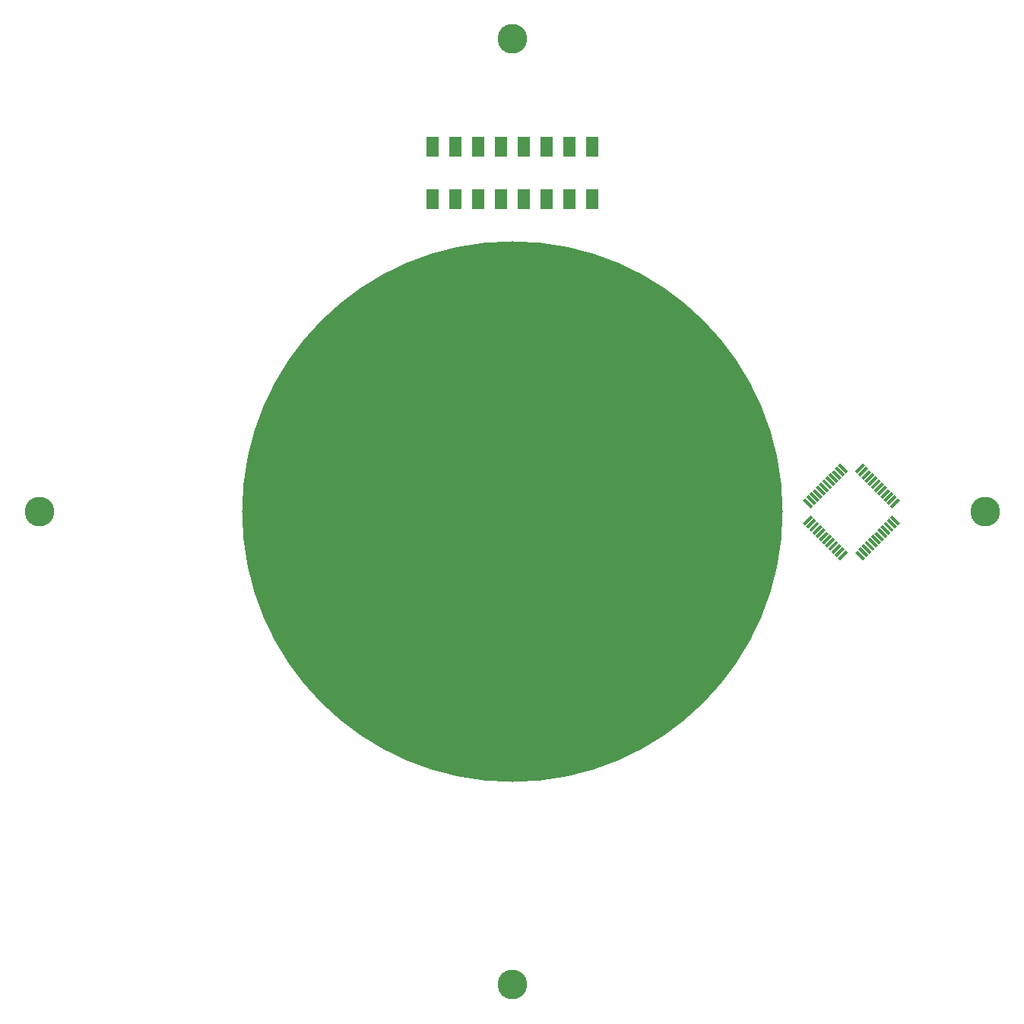
<source format=gts>
G04 EAGLE Gerber X2 export*
%TF.Part,Single*%
%TF.FileFunction,Other,Top Soldermask*%
%TF.FilePolarity,Positive*%
%TF.GenerationSoftware,Autodesk,EAGLE,8.7.0*%
%TF.CreationDate,2018-03-10T10:37:46Z*%
G75*
%MOMM*%
%FSLAX34Y34*%
%LPD*%
%AMOC8*
5,1,8,0,0,1.08239X$1,22.5*%
G01*
%ADD10C,3.303200*%
%ADD11C,3.303250*%
%ADD12C,60.203225*%
%ADD13C,3.303225*%
%ADD14R,1.473200X2.235200*%
%ADD15R,1.250000X0.350000*%


D10*
X35000Y561723D03*
D11*
X1088446Y561723D03*
D12*
X561723Y561723D03*
D13*
X561723Y1088446D03*
X561723Y35000D03*
D14*
X650748Y909832D03*
X650748Y968252D03*
X625348Y968252D03*
X625348Y909832D03*
X599948Y968252D03*
X599948Y909832D03*
X574548Y968252D03*
X574548Y909832D03*
X549148Y968252D03*
X549148Y909832D03*
X523748Y968252D03*
X523748Y909832D03*
X498348Y968252D03*
X498348Y909832D03*
X472948Y968252D03*
X472948Y909832D03*
D15*
G36*
X945966Y519074D02*
X954803Y510237D01*
X952328Y507762D01*
X943491Y516599D01*
X945966Y519074D01*
G37*
G36*
X949501Y522609D02*
X958338Y513772D01*
X955863Y511297D01*
X947026Y520134D01*
X949501Y522609D01*
G37*
G36*
X953037Y526145D02*
X961874Y517308D01*
X959399Y514833D01*
X950562Y523670D01*
X953037Y526145D01*
G37*
G36*
X956572Y529681D02*
X965409Y520844D01*
X962934Y518369D01*
X954097Y527206D01*
X956572Y529681D01*
G37*
G36*
X960108Y533216D02*
X968945Y524379D01*
X966470Y521904D01*
X957633Y530741D01*
X960108Y533216D01*
G37*
G36*
X963644Y536752D02*
X972481Y527915D01*
X970006Y525440D01*
X961169Y534277D01*
X963644Y536752D01*
G37*
G36*
X967179Y540287D02*
X976016Y531450D01*
X973541Y528975D01*
X964704Y537812D01*
X967179Y540287D01*
G37*
G36*
X970715Y543823D02*
X979552Y534986D01*
X977077Y532511D01*
X968240Y541348D01*
X970715Y543823D01*
G37*
G36*
X974250Y547358D02*
X983087Y538521D01*
X980612Y536046D01*
X971775Y544883D01*
X974250Y547358D01*
G37*
G36*
X977786Y550894D02*
X986623Y542057D01*
X984148Y539582D01*
X975311Y548419D01*
X977786Y550894D01*
G37*
G36*
X981321Y554429D02*
X990158Y545592D01*
X987683Y543117D01*
X978846Y551954D01*
X981321Y554429D01*
G37*
G36*
X984857Y557965D02*
X993694Y549128D01*
X991219Y546653D01*
X982382Y555490D01*
X984857Y557965D01*
G37*
G36*
X982382Y568220D02*
X991219Y577057D01*
X993694Y574582D01*
X984857Y565745D01*
X982382Y568220D01*
G37*
G36*
X978846Y571755D02*
X987683Y580592D01*
X990158Y578117D01*
X981321Y569280D01*
X978846Y571755D01*
G37*
G36*
X975311Y575291D02*
X984148Y584128D01*
X986623Y581653D01*
X977786Y572816D01*
X975311Y575291D01*
G37*
G36*
X971775Y578826D02*
X980612Y587663D01*
X983087Y585188D01*
X974250Y576351D01*
X971775Y578826D01*
G37*
G36*
X968240Y582362D02*
X977077Y591199D01*
X979552Y588724D01*
X970715Y579887D01*
X968240Y582362D01*
G37*
G36*
X964704Y585897D02*
X973541Y594734D01*
X976016Y592259D01*
X967179Y583422D01*
X964704Y585897D01*
G37*
G36*
X961169Y589433D02*
X970006Y598270D01*
X972481Y595795D01*
X963644Y586958D01*
X961169Y589433D01*
G37*
G36*
X957633Y592968D02*
X966470Y601805D01*
X968945Y599330D01*
X960108Y590493D01*
X957633Y592968D01*
G37*
G36*
X954097Y596504D02*
X962934Y605341D01*
X965409Y602866D01*
X956572Y594029D01*
X954097Y596504D01*
G37*
G36*
X950562Y600039D02*
X959399Y608876D01*
X961874Y606401D01*
X953037Y597564D01*
X950562Y600039D01*
G37*
G36*
X947026Y603575D02*
X955863Y612412D01*
X958338Y609937D01*
X949501Y601100D01*
X947026Y603575D01*
G37*
G36*
X943491Y607111D02*
X952328Y615948D01*
X954803Y613473D01*
X945966Y604636D01*
X943491Y607111D01*
G37*
G36*
X933236Y604636D02*
X924399Y613473D01*
X926874Y615948D01*
X935711Y607111D01*
X933236Y604636D01*
G37*
G36*
X929700Y601100D02*
X920863Y609937D01*
X923338Y612412D01*
X932175Y603575D01*
X929700Y601100D01*
G37*
G36*
X926165Y597564D02*
X917328Y606401D01*
X919803Y608876D01*
X928640Y600039D01*
X926165Y597564D01*
G37*
G36*
X922629Y594029D02*
X913792Y602866D01*
X916267Y605341D01*
X925104Y596504D01*
X922629Y594029D01*
G37*
G36*
X919094Y590493D02*
X910257Y599330D01*
X912732Y601805D01*
X921569Y592968D01*
X919094Y590493D01*
G37*
G36*
X915558Y586958D02*
X906721Y595795D01*
X909196Y598270D01*
X918033Y589433D01*
X915558Y586958D01*
G37*
G36*
X912023Y583422D02*
X903186Y592259D01*
X905661Y594734D01*
X914498Y585897D01*
X912023Y583422D01*
G37*
G36*
X908487Y579887D02*
X899650Y588724D01*
X902125Y591199D01*
X910962Y582362D01*
X908487Y579887D01*
G37*
G36*
X904952Y576351D02*
X896115Y585188D01*
X898590Y587663D01*
X907427Y578826D01*
X904952Y576351D01*
G37*
G36*
X901416Y572816D02*
X892579Y581653D01*
X895054Y584128D01*
X903891Y575291D01*
X901416Y572816D01*
G37*
G36*
X897881Y569280D02*
X889044Y578117D01*
X891519Y580592D01*
X900356Y571755D01*
X897881Y569280D01*
G37*
G36*
X894345Y565745D02*
X885508Y574582D01*
X887983Y577057D01*
X896820Y568220D01*
X894345Y565745D01*
G37*
G36*
X896820Y555490D02*
X887983Y546653D01*
X885508Y549128D01*
X894345Y557965D01*
X896820Y555490D01*
G37*
G36*
X900356Y551954D02*
X891519Y543117D01*
X889044Y545592D01*
X897881Y554429D01*
X900356Y551954D01*
G37*
G36*
X903891Y548419D02*
X895054Y539582D01*
X892579Y542057D01*
X901416Y550894D01*
X903891Y548419D01*
G37*
G36*
X907427Y544883D02*
X898590Y536046D01*
X896115Y538521D01*
X904952Y547358D01*
X907427Y544883D01*
G37*
G36*
X910962Y541348D02*
X902125Y532511D01*
X899650Y534986D01*
X908487Y543823D01*
X910962Y541348D01*
G37*
G36*
X914498Y537812D02*
X905661Y528975D01*
X903186Y531450D01*
X912023Y540287D01*
X914498Y537812D01*
G37*
G36*
X918033Y534277D02*
X909196Y525440D01*
X906721Y527915D01*
X915558Y536752D01*
X918033Y534277D01*
G37*
G36*
X921569Y530741D02*
X912732Y521904D01*
X910257Y524379D01*
X919094Y533216D01*
X921569Y530741D01*
G37*
G36*
X925104Y527206D02*
X916267Y518369D01*
X913792Y520844D01*
X922629Y529681D01*
X925104Y527206D01*
G37*
G36*
X928640Y523670D02*
X919803Y514833D01*
X917328Y517308D01*
X926165Y526145D01*
X928640Y523670D01*
G37*
G36*
X932175Y520134D02*
X923338Y511297D01*
X920863Y513772D01*
X929700Y522609D01*
X932175Y520134D01*
G37*
G36*
X935711Y516599D02*
X926874Y507762D01*
X924399Y510237D01*
X933236Y519074D01*
X935711Y516599D01*
G37*
M02*

</source>
